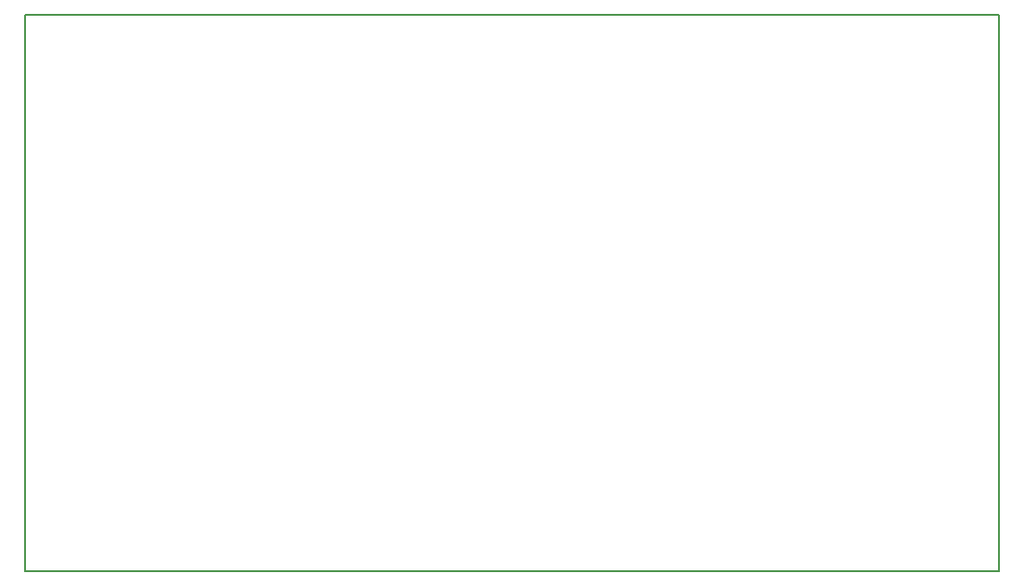
<source format=gm1>
G04 #@! TF.GenerationSoftware,KiCad,Pcbnew,(5.1.8)-1*
G04 #@! TF.CreationDate,2020-12-31T16:53:10-05:00*
G04 #@! TF.ProjectId,trackpad_test,74726163-6b70-4616-945f-746573742e6b,rev?*
G04 #@! TF.SameCoordinates,Original*
G04 #@! TF.FileFunction,Profile,NP*
%FSLAX46Y46*%
G04 Gerber Fmt 4.6, Leading zero omitted, Abs format (unit mm)*
G04 Created by KiCad (PCBNEW (5.1.8)-1) date 2020-12-31 16:53:10*
%MOMM*%
%LPD*%
G01*
G04 APERTURE LIST*
G04 #@! TA.AperFunction,Profile*
%ADD10C,0.150000*%
G04 #@! TD*
G04 APERTURE END LIST*
D10*
X147370800Y-89204800D02*
X147370800Y-140004800D01*
X58470800Y-140004800D02*
X147370800Y-140004800D01*
X58470800Y-89204800D02*
X58470800Y-140004800D01*
X58470800Y-89204800D02*
X147370800Y-89204800D01*
M02*

</source>
